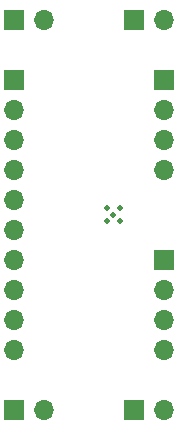
<source format=gbr>
%TF.GenerationSoftware,KiCad,Pcbnew,7.0.2*%
%TF.CreationDate,2024-12-12T08:46:51-06:00*%
%TF.ProjectId,om_ADC,6f6d5f41-4443-42e6-9b69-6361645f7063,rev?*%
%TF.SameCoordinates,Original*%
%TF.FileFunction,Soldermask,Bot*%
%TF.FilePolarity,Negative*%
%FSLAX46Y46*%
G04 Gerber Fmt 4.6, Leading zero omitted, Abs format (unit mm)*
G04 Created by KiCad (PCBNEW 7.0.2) date 2024-12-12 08:46:51*
%MOMM*%
%LPD*%
G01*
G04 APERTURE LIST*
%ADD10R,1.700000X1.700000*%
%ADD11O,1.700000X1.700000*%
%ADD12C,0.500000*%
G04 APERTURE END LIST*
D10*
%TO.C,J5*%
X78740000Y-25400000D03*
D11*
X81280000Y-25400000D03*
%TD*%
D10*
%TO.C,J6*%
X88900000Y-58420000D03*
D11*
X91440000Y-58420000D03*
%TD*%
D10*
%TO.C,J7*%
X88900000Y-25400000D03*
D11*
X91440000Y-25400000D03*
%TD*%
D10*
%TO.C,J1*%
X91440000Y-30480000D03*
D11*
X91440000Y-33020000D03*
X91440000Y-35560000D03*
X91440000Y-38100000D03*
%TD*%
D10*
%TO.C,J2*%
X91440000Y-45720000D03*
D11*
X91440000Y-48260000D03*
X91440000Y-50800000D03*
X91440000Y-53340000D03*
%TD*%
D12*
%TO.C,U1*%
X86556315Y-41344315D03*
X87687685Y-41344315D03*
X87122000Y-41910000D03*
X86556315Y-42475685D03*
X87687685Y-42475685D03*
%TD*%
D10*
%TO.C,J4*%
X78740000Y-58420000D03*
D11*
X81280000Y-58420000D03*
%TD*%
D10*
%TO.C,J3*%
X78740000Y-30480000D03*
D11*
X78740000Y-33020000D03*
X78740000Y-35560000D03*
X78740000Y-38100000D03*
X78740000Y-40640000D03*
X78740000Y-43180000D03*
X78740000Y-45720000D03*
X78740000Y-48260000D03*
X78740000Y-50800000D03*
X78740000Y-53340000D03*
%TD*%
M02*

</source>
